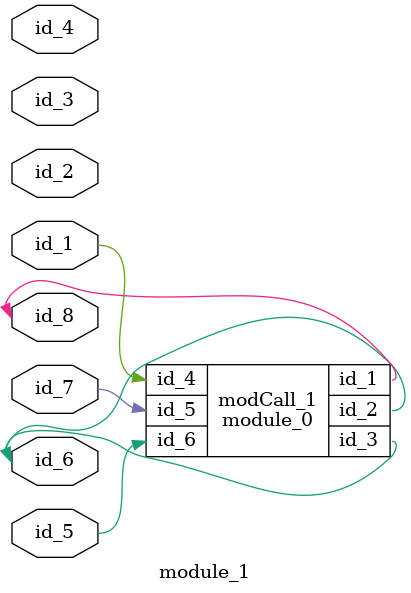
<source format=v>
module module_0 (
    id_1,
    id_2,
    id_3,
    id_4,
    id_5,
    id_6
);
  input wire id_6;
  input wire id_5;
  input wire id_4;
  inout wire id_3;
  inout wire id_2;
  output wire id_1;
endmodule
module module_1 (
    id_1,
    id_2,
    id_3,
    id_4,
    id_5,
    id_6,
    id_7,
    id_8
);
  inout wire id_8;
  input wire id_7;
  inout wire id_6;
  input wire id_5;
  inout wire id_4;
  input wire id_3;
  inout wire id_2;
  inout wire id_1;
  module_0 modCall_1 (
      id_8,
      id_6,
      id_6,
      id_1,
      id_7,
      id_5
  );
endmodule

</source>
